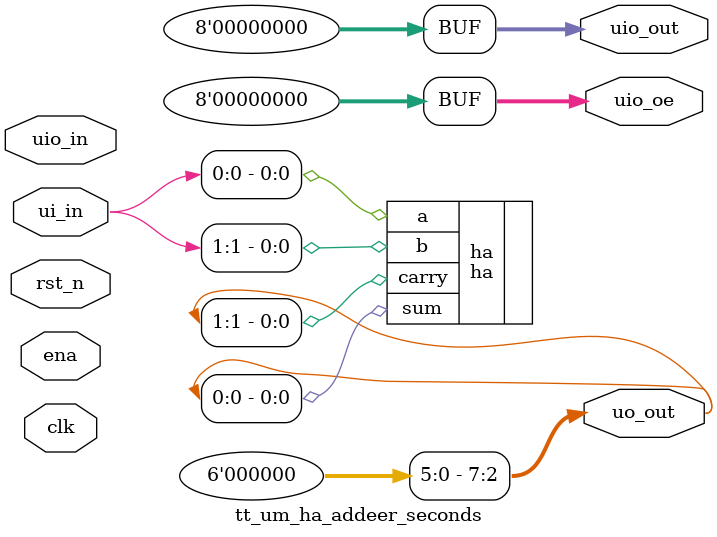
<source format=v>
`default_nettype none

module tt_um_ha_addeer_seconds #( parameter MAX_COUNT = 24'd10_000_000 ) (
    input  wire [7:0] ui_in,    // Dedicated inputs - connected to the input switches
    output wire [7:0] uo_out,   // Dedicated outputs - connected to the 7 segment display
    input  wire [7:0] uio_in,   // IOs: Bidirectional Input path
    output wire [7:0] uio_out,  // IOs: Bidirectional Output path
    output wire [7:0] uio_oe,   // IOs: Bidirectional Enable path (active high: 0=input, 1=output)
    input  wire       ena,      // will go high when the design is enabled
    input  wire       clk,      // clock
    input  wire       rst_n     // reset_n - low to reset
);

    assign uio_out = 8'h00;
	assign uio_oe  = 8'h00;
    assign uo_out[7:2]=4'b0000;

ha ha  (
    .a(ui_in[0]),
    .b(ui_in[1]),
    .sum(uo_out[0]),
    .carry(uo_out[1])
);
endmodule

</source>
